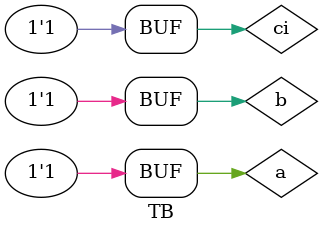
<source format=v>
module FullAdder (
    input wire a,b,cin,output wire sum,cout
);

    assign sum = a^b^cin;
    assign cout = a&b | b&cin | cin&a;
    
endmodule


module TB;
    
    reg a,b,ci;
    wire s,co;

    FullAdder uut(.a(a),.b(b),.cin(ci),.sum(s),.cout(co));

    initial begin
        a=0;b=0;ci=0;#10;
        a=0;b=0;ci=1;#10;
        a=0;b=1;ci=0;#10;
        a=0;b=1;ci=1;#10;

        a=1;b=0;ci=0;#10;
        a=1;b=0;ci=1;#10;
        a=1;b=1;ci=0;#10;
        a=1;b=1;ci=1;#10;
    end

    initial begin
        $dumpfile("outputwave.vcd");
        $dumpvars(0,TB);
    end


endmodule


</source>
